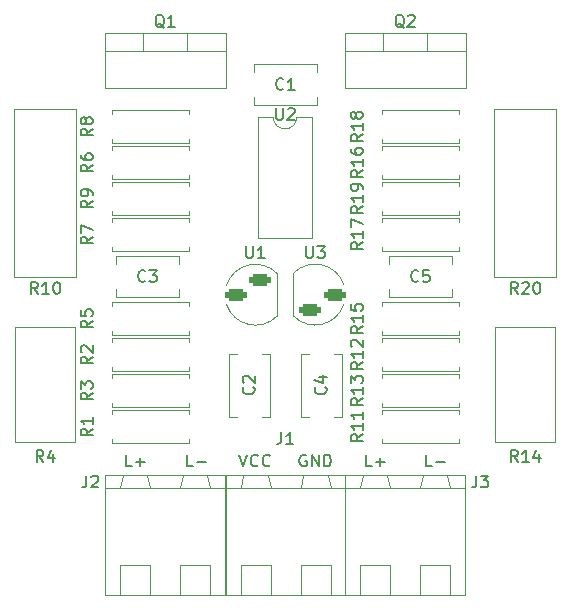
<source format=gto>
G04 #@! TF.GenerationSoftware,KiCad,Pcbnew,6.0.7-f9a2dced07~116~ubuntu22.04.1*
G04 #@! TF.CreationDate,2022-09-20T02:39:39+03:00*
G04 #@! TF.ProjectId,double-electronic-load,646f7562-6c65-42d6-956c-656374726f6e,rev?*
G04 #@! TF.SameCoordinates,Original*
G04 #@! TF.FileFunction,Legend,Top*
G04 #@! TF.FilePolarity,Positive*
%FSLAX46Y46*%
G04 Gerber Fmt 4.6, Leading zero omitted, Abs format (unit mm)*
G04 Created by KiCad (PCBNEW 6.0.7-f9a2dced07~116~ubuntu22.04.1) date 2022-09-20 02:39:39*
%MOMM*%
%LPD*%
G01*
G04 APERTURE LIST*
G04 Aperture macros list*
%AMRoundRect*
0 Rectangle with rounded corners*
0 $1 Rounding radius*
0 $2 $3 $4 $5 $6 $7 $8 $9 X,Y pos of 4 corners*
0 Add a 4 corners polygon primitive as box body*
4,1,4,$2,$3,$4,$5,$6,$7,$8,$9,$2,$3,0*
0 Add four circle primitives for the rounded corners*
1,1,$1+$1,$2,$3*
1,1,$1+$1,$4,$5*
1,1,$1+$1,$6,$7*
1,1,$1+$1,$8,$9*
0 Add four rect primitives between the rounded corners*
20,1,$1+$1,$2,$3,$4,$5,0*
20,1,$1+$1,$4,$5,$6,$7,0*
20,1,$1+$1,$6,$7,$8,$9,0*
20,1,$1+$1,$8,$9,$2,$3,0*%
G04 Aperture macros list end*
%ADD10C,0.150000*%
%ADD11C,0.120000*%
%ADD12R,1.905000X2.000000*%
%ADD13O,1.905000X2.000000*%
%ADD14C,1.600000*%
%ADD15O,1.600000X1.600000*%
%ADD16R,2.200000X2.200000*%
%ADD17C,2.200000*%
%ADD18C,3.200000*%
%ADD19C,1.440000*%
%ADD20C,2.000000*%
%ADD21R,1.800000X1.100000*%
%ADD22RoundRect,0.275000X-0.625000X0.275000X-0.625000X-0.275000X0.625000X-0.275000X0.625000X0.275000X0*%
%ADD23R,2.400000X1.600000*%
%ADD24O,2.400000X1.600000*%
%ADD25RoundRect,0.275000X0.625000X-0.275000X0.625000X0.275000X-0.625000X0.275000X-0.625000X-0.275000X0*%
G04 APERTURE END LIST*
D10*
X106370476Y-84145380D02*
X105894285Y-84145380D01*
X105894285Y-83145380D01*
X106703809Y-83764428D02*
X107465714Y-83764428D01*
X107084761Y-84145380D02*
X107084761Y-83383476D01*
X111450476Y-84145380D02*
X110974285Y-84145380D01*
X110974285Y-83145380D01*
X111783809Y-83764428D02*
X112545714Y-83764428D01*
X86050476Y-84145380D02*
X85574285Y-84145380D01*
X85574285Y-83145380D01*
X86383809Y-83764428D02*
X87145714Y-83764428D01*
X86764761Y-84145380D02*
X86764761Y-83383476D01*
X91257476Y-84145380D02*
X90781285Y-84145380D01*
X90781285Y-83145380D01*
X91590809Y-83764428D02*
X92352714Y-83764428D01*
X95186666Y-83145380D02*
X95520000Y-84145380D01*
X95853333Y-83145380D01*
X96758095Y-84050142D02*
X96710476Y-84097761D01*
X96567619Y-84145380D01*
X96472380Y-84145380D01*
X96329523Y-84097761D01*
X96234285Y-84002523D01*
X96186666Y-83907285D01*
X96139047Y-83716809D01*
X96139047Y-83573952D01*
X96186666Y-83383476D01*
X96234285Y-83288238D01*
X96329523Y-83193000D01*
X96472380Y-83145380D01*
X96567619Y-83145380D01*
X96710476Y-83193000D01*
X96758095Y-83240619D01*
X97758095Y-84050142D02*
X97710476Y-84097761D01*
X97567619Y-84145380D01*
X97472380Y-84145380D01*
X97329523Y-84097761D01*
X97234285Y-84002523D01*
X97186666Y-83907285D01*
X97139047Y-83716809D01*
X97139047Y-83573952D01*
X97186666Y-83383476D01*
X97234285Y-83288238D01*
X97329523Y-83193000D01*
X97472380Y-83145380D01*
X97567619Y-83145380D01*
X97710476Y-83193000D01*
X97758095Y-83240619D01*
X100838095Y-83193000D02*
X100742857Y-83145380D01*
X100600000Y-83145380D01*
X100457142Y-83193000D01*
X100361904Y-83288238D01*
X100314285Y-83383476D01*
X100266666Y-83573952D01*
X100266666Y-83716809D01*
X100314285Y-83907285D01*
X100361904Y-84002523D01*
X100457142Y-84097761D01*
X100600000Y-84145380D01*
X100695238Y-84145380D01*
X100838095Y-84097761D01*
X100885714Y-84050142D01*
X100885714Y-83716809D01*
X100695238Y-83716809D01*
X101314285Y-84145380D02*
X101314285Y-83145380D01*
X101885714Y-84145380D01*
X101885714Y-83145380D01*
X102361904Y-84145380D02*
X102361904Y-83145380D01*
X102600000Y-83145380D01*
X102742857Y-83193000D01*
X102838095Y-83288238D01*
X102885714Y-83383476D01*
X102933333Y-83573952D01*
X102933333Y-83716809D01*
X102885714Y-83907285D01*
X102838095Y-84002523D01*
X102742857Y-84097761D01*
X102600000Y-84145380D01*
X102361904Y-84145380D01*
X109124761Y-47006619D02*
X109029523Y-46959000D01*
X108934285Y-46863761D01*
X108791428Y-46720904D01*
X108696190Y-46673285D01*
X108600952Y-46673285D01*
X108648571Y-46911380D02*
X108553333Y-46863761D01*
X108458095Y-46768523D01*
X108410476Y-46578047D01*
X108410476Y-46244714D01*
X108458095Y-46054238D01*
X108553333Y-45959000D01*
X108648571Y-45911380D01*
X108839047Y-45911380D01*
X108934285Y-45959000D01*
X109029523Y-46054238D01*
X109077142Y-46244714D01*
X109077142Y-46578047D01*
X109029523Y-46768523D01*
X108934285Y-46863761D01*
X108839047Y-46911380D01*
X108648571Y-46911380D01*
X109458095Y-46006619D02*
X109505714Y-45959000D01*
X109600952Y-45911380D01*
X109839047Y-45911380D01*
X109934285Y-45959000D01*
X109981904Y-46006619D01*
X110029523Y-46101857D01*
X110029523Y-46197095D01*
X109981904Y-46339952D01*
X109410476Y-46911380D01*
X110029523Y-46911380D01*
X105608380Y-62110857D02*
X105132190Y-62444190D01*
X105608380Y-62682285D02*
X104608380Y-62682285D01*
X104608380Y-62301333D01*
X104656000Y-62206095D01*
X104703619Y-62158476D01*
X104798857Y-62110857D01*
X104941714Y-62110857D01*
X105036952Y-62158476D01*
X105084571Y-62206095D01*
X105132190Y-62301333D01*
X105132190Y-62682285D01*
X105608380Y-61158476D02*
X105608380Y-61729904D01*
X105608380Y-61444190D02*
X104608380Y-61444190D01*
X104751238Y-61539428D01*
X104846476Y-61634666D01*
X104894095Y-61729904D01*
X105608380Y-60682285D02*
X105608380Y-60491809D01*
X105560761Y-60396571D01*
X105513142Y-60348952D01*
X105370285Y-60253714D01*
X105179809Y-60206095D01*
X104798857Y-60206095D01*
X104703619Y-60253714D01*
X104656000Y-60301333D01*
X104608380Y-60396571D01*
X104608380Y-60587047D01*
X104656000Y-60682285D01*
X104703619Y-60729904D01*
X104798857Y-60777523D01*
X105036952Y-60777523D01*
X105132190Y-60729904D01*
X105179809Y-60682285D01*
X105227428Y-60587047D01*
X105227428Y-60396571D01*
X105179809Y-60301333D01*
X105132190Y-60253714D01*
X105036952Y-60206095D01*
X82748380Y-77890666D02*
X82272190Y-78224000D01*
X82748380Y-78462095D02*
X81748380Y-78462095D01*
X81748380Y-78081142D01*
X81796000Y-77985904D01*
X81843619Y-77938285D01*
X81938857Y-77890666D01*
X82081714Y-77890666D01*
X82176952Y-77938285D01*
X82224571Y-77985904D01*
X82272190Y-78081142D01*
X82272190Y-78462095D01*
X81748380Y-77557333D02*
X81748380Y-76938285D01*
X82129333Y-77271619D01*
X82129333Y-77128761D01*
X82176952Y-77033523D01*
X82224571Y-76985904D01*
X82319809Y-76938285D01*
X82557904Y-76938285D01*
X82653142Y-76985904D01*
X82700761Y-77033523D01*
X82748380Y-77128761D01*
X82748380Y-77414476D01*
X82700761Y-77509714D01*
X82653142Y-77557333D01*
X82748380Y-74842666D02*
X82272190Y-75176000D01*
X82748380Y-75414095D02*
X81748380Y-75414095D01*
X81748380Y-75033142D01*
X81796000Y-74937904D01*
X81843619Y-74890285D01*
X81938857Y-74842666D01*
X82081714Y-74842666D01*
X82176952Y-74890285D01*
X82224571Y-74937904D01*
X82272190Y-75033142D01*
X82272190Y-75414095D01*
X81843619Y-74461714D02*
X81796000Y-74414095D01*
X81748380Y-74318857D01*
X81748380Y-74080761D01*
X81796000Y-73985523D01*
X81843619Y-73937904D01*
X81938857Y-73890285D01*
X82034095Y-73890285D01*
X82176952Y-73937904D01*
X82748380Y-74509333D01*
X82748380Y-73890285D01*
X98732066Y-81240380D02*
X98732066Y-81954666D01*
X98684447Y-82097523D01*
X98589209Y-82192761D01*
X98446352Y-82240380D01*
X98351114Y-82240380D01*
X99732066Y-82240380D02*
X99160638Y-82240380D01*
X99446352Y-82240380D02*
X99446352Y-81240380D01*
X99351114Y-81383238D01*
X99255876Y-81478476D01*
X99160638Y-81526095D01*
X105608380Y-56014857D02*
X105132190Y-56348190D01*
X105608380Y-56586285D02*
X104608380Y-56586285D01*
X104608380Y-56205333D01*
X104656000Y-56110095D01*
X104703619Y-56062476D01*
X104798857Y-56014857D01*
X104941714Y-56014857D01*
X105036952Y-56062476D01*
X105084571Y-56110095D01*
X105132190Y-56205333D01*
X105132190Y-56586285D01*
X105608380Y-55062476D02*
X105608380Y-55633904D01*
X105608380Y-55348190D02*
X104608380Y-55348190D01*
X104751238Y-55443428D01*
X104846476Y-55538666D01*
X104894095Y-55633904D01*
X105036952Y-54491047D02*
X104989333Y-54586285D01*
X104941714Y-54633904D01*
X104846476Y-54681523D01*
X104798857Y-54681523D01*
X104703619Y-54633904D01*
X104656000Y-54586285D01*
X104608380Y-54491047D01*
X104608380Y-54300571D01*
X104656000Y-54205333D01*
X104703619Y-54157714D01*
X104798857Y-54110095D01*
X104846476Y-54110095D01*
X104941714Y-54157714D01*
X104989333Y-54205333D01*
X105036952Y-54300571D01*
X105036952Y-54491047D01*
X105084571Y-54586285D01*
X105132190Y-54633904D01*
X105227428Y-54681523D01*
X105417904Y-54681523D01*
X105513142Y-54633904D01*
X105560761Y-54586285D01*
X105608380Y-54491047D01*
X105608380Y-54300571D01*
X105560761Y-54205333D01*
X105513142Y-54157714D01*
X105417904Y-54110095D01*
X105227428Y-54110095D01*
X105132190Y-54157714D01*
X105084571Y-54205333D01*
X105036952Y-54300571D01*
X82748380Y-55538666D02*
X82272190Y-55872000D01*
X82748380Y-56110095D02*
X81748380Y-56110095D01*
X81748380Y-55729142D01*
X81796000Y-55633904D01*
X81843619Y-55586285D01*
X81938857Y-55538666D01*
X82081714Y-55538666D01*
X82176952Y-55586285D01*
X82224571Y-55633904D01*
X82272190Y-55729142D01*
X82272190Y-56110095D01*
X82176952Y-54967238D02*
X82129333Y-55062476D01*
X82081714Y-55110095D01*
X81986476Y-55157714D01*
X81938857Y-55157714D01*
X81843619Y-55110095D01*
X81796000Y-55062476D01*
X81748380Y-54967238D01*
X81748380Y-54776761D01*
X81796000Y-54681523D01*
X81843619Y-54633904D01*
X81938857Y-54586285D01*
X81986476Y-54586285D01*
X82081714Y-54633904D01*
X82129333Y-54681523D01*
X82176952Y-54776761D01*
X82176952Y-54967238D01*
X82224571Y-55062476D01*
X82272190Y-55110095D01*
X82367428Y-55157714D01*
X82557904Y-55157714D01*
X82653142Y-55110095D01*
X82700761Y-55062476D01*
X82748380Y-54967238D01*
X82748380Y-54776761D01*
X82700761Y-54681523D01*
X82653142Y-54633904D01*
X82557904Y-54586285D01*
X82367428Y-54586285D01*
X82272190Y-54633904D01*
X82224571Y-54681523D01*
X82176952Y-54776761D01*
X82748380Y-61634666D02*
X82272190Y-61968000D01*
X82748380Y-62206095D02*
X81748380Y-62206095D01*
X81748380Y-61825142D01*
X81796000Y-61729904D01*
X81843619Y-61682285D01*
X81938857Y-61634666D01*
X82081714Y-61634666D01*
X82176952Y-61682285D01*
X82224571Y-61729904D01*
X82272190Y-61825142D01*
X82272190Y-62206095D01*
X82748380Y-61158476D02*
X82748380Y-60968000D01*
X82700761Y-60872761D01*
X82653142Y-60825142D01*
X82510285Y-60729904D01*
X82319809Y-60682285D01*
X81938857Y-60682285D01*
X81843619Y-60729904D01*
X81796000Y-60777523D01*
X81748380Y-60872761D01*
X81748380Y-61063238D01*
X81796000Y-61158476D01*
X81843619Y-61206095D01*
X81938857Y-61253714D01*
X82176952Y-61253714D01*
X82272190Y-61206095D01*
X82319809Y-61158476D01*
X82367428Y-61063238D01*
X82367428Y-60872761D01*
X82319809Y-60777523D01*
X82272190Y-60729904D01*
X82176952Y-60682285D01*
X78573333Y-83764380D02*
X78240000Y-83288190D01*
X78001904Y-83764380D02*
X78001904Y-82764380D01*
X78382857Y-82764380D01*
X78478095Y-82812000D01*
X78525714Y-82859619D01*
X78573333Y-82954857D01*
X78573333Y-83097714D01*
X78525714Y-83192952D01*
X78478095Y-83240571D01*
X78382857Y-83288190D01*
X78001904Y-83288190D01*
X79430476Y-83097714D02*
X79430476Y-83764380D01*
X79192380Y-82716761D02*
X78954285Y-83431047D01*
X79573333Y-83431047D01*
X110323333Y-68429142D02*
X110275714Y-68476761D01*
X110132857Y-68524380D01*
X110037619Y-68524380D01*
X109894761Y-68476761D01*
X109799523Y-68381523D01*
X109751904Y-68286285D01*
X109704285Y-68095809D01*
X109704285Y-67952952D01*
X109751904Y-67762476D01*
X109799523Y-67667238D01*
X109894761Y-67572000D01*
X110037619Y-67524380D01*
X110132857Y-67524380D01*
X110275714Y-67572000D01*
X110323333Y-67619619D01*
X111228095Y-67524380D02*
X110751904Y-67524380D01*
X110704285Y-68000571D01*
X110751904Y-67952952D01*
X110847142Y-67905333D01*
X111085238Y-67905333D01*
X111180476Y-67952952D01*
X111228095Y-68000571D01*
X111275714Y-68095809D01*
X111275714Y-68333904D01*
X111228095Y-68429142D01*
X111180476Y-68476761D01*
X111085238Y-68524380D01*
X110847142Y-68524380D01*
X110751904Y-68476761D01*
X110704285Y-68429142D01*
X105608380Y-59062857D02*
X105132190Y-59396190D01*
X105608380Y-59634285D02*
X104608380Y-59634285D01*
X104608380Y-59253333D01*
X104656000Y-59158095D01*
X104703619Y-59110476D01*
X104798857Y-59062857D01*
X104941714Y-59062857D01*
X105036952Y-59110476D01*
X105084571Y-59158095D01*
X105132190Y-59253333D01*
X105132190Y-59634285D01*
X105608380Y-58110476D02*
X105608380Y-58681904D01*
X105608380Y-58396190D02*
X104608380Y-58396190D01*
X104751238Y-58491428D01*
X104846476Y-58586666D01*
X104894095Y-58681904D01*
X104608380Y-57253333D02*
X104608380Y-57443809D01*
X104656000Y-57539047D01*
X104703619Y-57586666D01*
X104846476Y-57681904D01*
X105036952Y-57729523D01*
X105417904Y-57729523D01*
X105513142Y-57681904D01*
X105560761Y-57634285D01*
X105608380Y-57539047D01*
X105608380Y-57348571D01*
X105560761Y-57253333D01*
X105513142Y-57205714D01*
X105417904Y-57158095D01*
X105179809Y-57158095D01*
X105084571Y-57205714D01*
X105036952Y-57253333D01*
X104989333Y-57348571D01*
X104989333Y-57539047D01*
X105036952Y-57634285D01*
X105084571Y-57681904D01*
X105179809Y-57729523D01*
X82748380Y-80938666D02*
X82272190Y-81272000D01*
X82748380Y-81510095D02*
X81748380Y-81510095D01*
X81748380Y-81129142D01*
X81796000Y-81033904D01*
X81843619Y-80986285D01*
X81938857Y-80938666D01*
X82081714Y-80938666D01*
X82176952Y-80986285D01*
X82224571Y-81033904D01*
X82272190Y-81129142D01*
X82272190Y-81510095D01*
X82748380Y-79986285D02*
X82748380Y-80557714D01*
X82748380Y-80272000D02*
X81748380Y-80272000D01*
X81891238Y-80367238D01*
X81986476Y-80462476D01*
X82034095Y-80557714D01*
X82748380Y-71794666D02*
X82272190Y-72128000D01*
X82748380Y-72366095D02*
X81748380Y-72366095D01*
X81748380Y-71985142D01*
X81796000Y-71889904D01*
X81843619Y-71842285D01*
X81938857Y-71794666D01*
X82081714Y-71794666D01*
X82176952Y-71842285D01*
X82224571Y-71889904D01*
X82272190Y-71985142D01*
X82272190Y-72366095D01*
X81748380Y-70889904D02*
X81748380Y-71366095D01*
X82224571Y-71413714D01*
X82176952Y-71366095D01*
X82129333Y-71270857D01*
X82129333Y-71032761D01*
X82176952Y-70937523D01*
X82224571Y-70889904D01*
X82319809Y-70842285D01*
X82557904Y-70842285D01*
X82653142Y-70889904D01*
X82700761Y-70937523D01*
X82748380Y-71032761D01*
X82748380Y-71270857D01*
X82700761Y-71366095D01*
X82653142Y-71413714D01*
X105608380Y-72270857D02*
X105132190Y-72604190D01*
X105608380Y-72842285D02*
X104608380Y-72842285D01*
X104608380Y-72461333D01*
X104656000Y-72366095D01*
X104703619Y-72318476D01*
X104798857Y-72270857D01*
X104941714Y-72270857D01*
X105036952Y-72318476D01*
X105084571Y-72366095D01*
X105132190Y-72461333D01*
X105132190Y-72842285D01*
X105608380Y-71318476D02*
X105608380Y-71889904D01*
X105608380Y-71604190D02*
X104608380Y-71604190D01*
X104751238Y-71699428D01*
X104846476Y-71794666D01*
X104894095Y-71889904D01*
X104608380Y-70413714D02*
X104608380Y-70889904D01*
X105084571Y-70937523D01*
X105036952Y-70889904D01*
X104989333Y-70794666D01*
X104989333Y-70556571D01*
X105036952Y-70461333D01*
X105084571Y-70413714D01*
X105179809Y-70366095D01*
X105417904Y-70366095D01*
X105513142Y-70413714D01*
X105560761Y-70461333D01*
X105608380Y-70556571D01*
X105608380Y-70794666D01*
X105560761Y-70889904D01*
X105513142Y-70937523D01*
X118737142Y-69540380D02*
X118403809Y-69064190D01*
X118165714Y-69540380D02*
X118165714Y-68540380D01*
X118546666Y-68540380D01*
X118641904Y-68588000D01*
X118689523Y-68635619D01*
X118737142Y-68730857D01*
X118737142Y-68873714D01*
X118689523Y-68968952D01*
X118641904Y-69016571D01*
X118546666Y-69064190D01*
X118165714Y-69064190D01*
X119118095Y-68635619D02*
X119165714Y-68588000D01*
X119260952Y-68540380D01*
X119499047Y-68540380D01*
X119594285Y-68588000D01*
X119641904Y-68635619D01*
X119689523Y-68730857D01*
X119689523Y-68826095D01*
X119641904Y-68968952D01*
X119070476Y-69540380D01*
X119689523Y-69540380D01*
X120308571Y-68540380D02*
X120403809Y-68540380D01*
X120499047Y-68588000D01*
X120546666Y-68635619D01*
X120594285Y-68730857D01*
X120641904Y-68921333D01*
X120641904Y-69159428D01*
X120594285Y-69349904D01*
X120546666Y-69445142D01*
X120499047Y-69492761D01*
X120403809Y-69540380D01*
X120308571Y-69540380D01*
X120213333Y-69492761D01*
X120165714Y-69445142D01*
X120118095Y-69349904D01*
X120070476Y-69159428D01*
X120070476Y-68921333D01*
X120118095Y-68730857D01*
X120165714Y-68635619D01*
X120213333Y-68588000D01*
X120308571Y-68540380D01*
X105608380Y-75318857D02*
X105132190Y-75652190D01*
X105608380Y-75890285D02*
X104608380Y-75890285D01*
X104608380Y-75509333D01*
X104656000Y-75414095D01*
X104703619Y-75366476D01*
X104798857Y-75318857D01*
X104941714Y-75318857D01*
X105036952Y-75366476D01*
X105084571Y-75414095D01*
X105132190Y-75509333D01*
X105132190Y-75890285D01*
X105608380Y-74366476D02*
X105608380Y-74937904D01*
X105608380Y-74652190D02*
X104608380Y-74652190D01*
X104751238Y-74747428D01*
X104846476Y-74842666D01*
X104894095Y-74937904D01*
X104703619Y-73985523D02*
X104656000Y-73937904D01*
X104608380Y-73842666D01*
X104608380Y-73604571D01*
X104656000Y-73509333D01*
X104703619Y-73461714D01*
X104798857Y-73414095D01*
X104894095Y-73414095D01*
X105036952Y-73461714D01*
X105608380Y-74033142D01*
X105608380Y-73414095D01*
X115236666Y-84923380D02*
X115236666Y-85637666D01*
X115189047Y-85780523D01*
X115093809Y-85875761D01*
X114950952Y-85923380D01*
X114855714Y-85923380D01*
X115617619Y-84923380D02*
X116236666Y-84923380D01*
X115903333Y-85304333D01*
X116046190Y-85304333D01*
X116141428Y-85351952D01*
X116189047Y-85399571D01*
X116236666Y-85494809D01*
X116236666Y-85732904D01*
X116189047Y-85828142D01*
X116141428Y-85875761D01*
X116046190Y-85923380D01*
X115760476Y-85923380D01*
X115665238Y-85875761D01*
X115617619Y-85828142D01*
X78097142Y-69540380D02*
X77763809Y-69064190D01*
X77525714Y-69540380D02*
X77525714Y-68540380D01*
X77906666Y-68540380D01*
X78001904Y-68588000D01*
X78049523Y-68635619D01*
X78097142Y-68730857D01*
X78097142Y-68873714D01*
X78049523Y-68968952D01*
X78001904Y-69016571D01*
X77906666Y-69064190D01*
X77525714Y-69064190D01*
X79049523Y-69540380D02*
X78478095Y-69540380D01*
X78763809Y-69540380D02*
X78763809Y-68540380D01*
X78668571Y-68683238D01*
X78573333Y-68778476D01*
X78478095Y-68826095D01*
X79668571Y-68540380D02*
X79763809Y-68540380D01*
X79859047Y-68588000D01*
X79906666Y-68635619D01*
X79954285Y-68730857D01*
X80001904Y-68921333D01*
X80001904Y-69159428D01*
X79954285Y-69349904D01*
X79906666Y-69445142D01*
X79859047Y-69492761D01*
X79763809Y-69540380D01*
X79668571Y-69540380D01*
X79573333Y-69492761D01*
X79525714Y-69445142D01*
X79478095Y-69349904D01*
X79430476Y-69159428D01*
X79430476Y-68921333D01*
X79478095Y-68730857D01*
X79525714Y-68635619D01*
X79573333Y-68588000D01*
X79668571Y-68540380D01*
X105608380Y-78366857D02*
X105132190Y-78700190D01*
X105608380Y-78938285D02*
X104608380Y-78938285D01*
X104608380Y-78557333D01*
X104656000Y-78462095D01*
X104703619Y-78414476D01*
X104798857Y-78366857D01*
X104941714Y-78366857D01*
X105036952Y-78414476D01*
X105084571Y-78462095D01*
X105132190Y-78557333D01*
X105132190Y-78938285D01*
X105608380Y-77414476D02*
X105608380Y-77985904D01*
X105608380Y-77700190D02*
X104608380Y-77700190D01*
X104751238Y-77795428D01*
X104846476Y-77890666D01*
X104894095Y-77985904D01*
X104608380Y-77081142D02*
X104608380Y-76462095D01*
X104989333Y-76795428D01*
X104989333Y-76652571D01*
X105036952Y-76557333D01*
X105084571Y-76509714D01*
X105179809Y-76462095D01*
X105417904Y-76462095D01*
X105513142Y-76509714D01*
X105560761Y-76557333D01*
X105608380Y-76652571D01*
X105608380Y-76938285D01*
X105560761Y-77033523D01*
X105513142Y-77081142D01*
X105608380Y-65158857D02*
X105132190Y-65492190D01*
X105608380Y-65730285D02*
X104608380Y-65730285D01*
X104608380Y-65349333D01*
X104656000Y-65254095D01*
X104703619Y-65206476D01*
X104798857Y-65158857D01*
X104941714Y-65158857D01*
X105036952Y-65206476D01*
X105084571Y-65254095D01*
X105132190Y-65349333D01*
X105132190Y-65730285D01*
X105608380Y-64206476D02*
X105608380Y-64777904D01*
X105608380Y-64492190D02*
X104608380Y-64492190D01*
X104751238Y-64587428D01*
X104846476Y-64682666D01*
X104894095Y-64777904D01*
X104608380Y-63873142D02*
X104608380Y-63206476D01*
X105608380Y-63635047D01*
X100838095Y-65492380D02*
X100838095Y-66301904D01*
X100885714Y-66397142D01*
X100933333Y-66444761D01*
X101028571Y-66492380D01*
X101219047Y-66492380D01*
X101314285Y-66444761D01*
X101361904Y-66397142D01*
X101409523Y-66301904D01*
X101409523Y-65492380D01*
X101790476Y-65492380D02*
X102409523Y-65492380D01*
X102076190Y-65873333D01*
X102219047Y-65873333D01*
X102314285Y-65920952D01*
X102361904Y-65968571D01*
X102409523Y-66063809D01*
X102409523Y-66301904D01*
X102361904Y-66397142D01*
X102314285Y-66444761D01*
X102219047Y-66492380D01*
X101933333Y-66492380D01*
X101838095Y-66444761D01*
X101790476Y-66397142D01*
X82748380Y-58586666D02*
X82272190Y-58920000D01*
X82748380Y-59158095D02*
X81748380Y-59158095D01*
X81748380Y-58777142D01*
X81796000Y-58681904D01*
X81843619Y-58634285D01*
X81938857Y-58586666D01*
X82081714Y-58586666D01*
X82176952Y-58634285D01*
X82224571Y-58681904D01*
X82272190Y-58777142D01*
X82272190Y-59158095D01*
X81748380Y-57729523D02*
X81748380Y-57920000D01*
X81796000Y-58015238D01*
X81843619Y-58062857D01*
X81986476Y-58158095D01*
X82176952Y-58205714D01*
X82557904Y-58205714D01*
X82653142Y-58158095D01*
X82700761Y-58110476D01*
X82748380Y-58015238D01*
X82748380Y-57824761D01*
X82700761Y-57729523D01*
X82653142Y-57681904D01*
X82557904Y-57634285D01*
X82319809Y-57634285D01*
X82224571Y-57681904D01*
X82176952Y-57729523D01*
X82129333Y-57824761D01*
X82129333Y-58015238D01*
X82176952Y-58110476D01*
X82224571Y-58158095D01*
X82319809Y-58205714D01*
X96369142Y-77422666D02*
X96416761Y-77470285D01*
X96464380Y-77613142D01*
X96464380Y-77708380D01*
X96416761Y-77851238D01*
X96321523Y-77946476D01*
X96226285Y-77994095D01*
X96035809Y-78041714D01*
X95892952Y-78041714D01*
X95702476Y-77994095D01*
X95607238Y-77946476D01*
X95512000Y-77851238D01*
X95464380Y-77708380D01*
X95464380Y-77613142D01*
X95512000Y-77470285D01*
X95559619Y-77422666D01*
X95559619Y-77041714D02*
X95512000Y-76994095D01*
X95464380Y-76898857D01*
X95464380Y-76660761D01*
X95512000Y-76565523D01*
X95559619Y-76517904D01*
X95654857Y-76470285D01*
X95750095Y-76470285D01*
X95892952Y-76517904D01*
X96464380Y-77089333D01*
X96464380Y-76470285D01*
X98893333Y-52173142D02*
X98845714Y-52220761D01*
X98702857Y-52268380D01*
X98607619Y-52268380D01*
X98464761Y-52220761D01*
X98369523Y-52125523D01*
X98321904Y-52030285D01*
X98274285Y-51839809D01*
X98274285Y-51696952D01*
X98321904Y-51506476D01*
X98369523Y-51411238D01*
X98464761Y-51316000D01*
X98607619Y-51268380D01*
X98702857Y-51268380D01*
X98845714Y-51316000D01*
X98893333Y-51363619D01*
X99845714Y-52268380D02*
X99274285Y-52268380D01*
X99560000Y-52268380D02*
X99560000Y-51268380D01*
X99464761Y-51411238D01*
X99369523Y-51506476D01*
X99274285Y-51554095D01*
X82748380Y-64682666D02*
X82272190Y-65016000D01*
X82748380Y-65254095D02*
X81748380Y-65254095D01*
X81748380Y-64873142D01*
X81796000Y-64777904D01*
X81843619Y-64730285D01*
X81938857Y-64682666D01*
X82081714Y-64682666D01*
X82176952Y-64730285D01*
X82224571Y-64777904D01*
X82272190Y-64873142D01*
X82272190Y-65254095D01*
X81748380Y-64349333D02*
X81748380Y-63682666D01*
X82748380Y-64111238D01*
X88804761Y-47006619D02*
X88709523Y-46959000D01*
X88614285Y-46863761D01*
X88471428Y-46720904D01*
X88376190Y-46673285D01*
X88280952Y-46673285D01*
X88328571Y-46911380D02*
X88233333Y-46863761D01*
X88138095Y-46768523D01*
X88090476Y-46578047D01*
X88090476Y-46244714D01*
X88138095Y-46054238D01*
X88233333Y-45959000D01*
X88328571Y-45911380D01*
X88519047Y-45911380D01*
X88614285Y-45959000D01*
X88709523Y-46054238D01*
X88757142Y-46244714D01*
X88757142Y-46578047D01*
X88709523Y-46768523D01*
X88614285Y-46863761D01*
X88519047Y-46911380D01*
X88328571Y-46911380D01*
X89709523Y-46911380D02*
X89138095Y-46911380D01*
X89423809Y-46911380D02*
X89423809Y-45911380D01*
X89328571Y-46054238D01*
X89233333Y-46149476D01*
X89138095Y-46197095D01*
X102465142Y-77422666D02*
X102512761Y-77470285D01*
X102560380Y-77613142D01*
X102560380Y-77708380D01*
X102512761Y-77851238D01*
X102417523Y-77946476D01*
X102322285Y-77994095D01*
X102131809Y-78041714D01*
X101988952Y-78041714D01*
X101798476Y-77994095D01*
X101703238Y-77946476D01*
X101608000Y-77851238D01*
X101560380Y-77708380D01*
X101560380Y-77613142D01*
X101608000Y-77470285D01*
X101655619Y-77422666D01*
X101893714Y-76565523D02*
X102560380Y-76565523D01*
X101512761Y-76803619D02*
X102227047Y-77041714D01*
X102227047Y-76422666D01*
X105608380Y-81414857D02*
X105132190Y-81748190D01*
X105608380Y-81986285D02*
X104608380Y-81986285D01*
X104608380Y-81605333D01*
X104656000Y-81510095D01*
X104703619Y-81462476D01*
X104798857Y-81414857D01*
X104941714Y-81414857D01*
X105036952Y-81462476D01*
X105084571Y-81510095D01*
X105132190Y-81605333D01*
X105132190Y-81986285D01*
X105608380Y-80462476D02*
X105608380Y-81033904D01*
X105608380Y-80748190D02*
X104608380Y-80748190D01*
X104751238Y-80843428D01*
X104846476Y-80938666D01*
X104894095Y-81033904D01*
X105608380Y-79510095D02*
X105608380Y-80081523D01*
X105608380Y-79795809D02*
X104608380Y-79795809D01*
X104751238Y-79891047D01*
X104846476Y-79986285D01*
X104894095Y-80081523D01*
X82216666Y-84923380D02*
X82216666Y-85637666D01*
X82169047Y-85780523D01*
X82073809Y-85875761D01*
X81930952Y-85923380D01*
X81835714Y-85923380D01*
X82645238Y-85018619D02*
X82692857Y-84971000D01*
X82788095Y-84923380D01*
X83026190Y-84923380D01*
X83121428Y-84971000D01*
X83169047Y-85018619D01*
X83216666Y-85113857D01*
X83216666Y-85209095D01*
X83169047Y-85351952D01*
X82597619Y-85923380D01*
X83216666Y-85923380D01*
X98283095Y-53808380D02*
X98283095Y-54617904D01*
X98330714Y-54713142D01*
X98378333Y-54760761D01*
X98473571Y-54808380D01*
X98664047Y-54808380D01*
X98759285Y-54760761D01*
X98806904Y-54713142D01*
X98854523Y-54617904D01*
X98854523Y-53808380D01*
X99283095Y-53903619D02*
X99330714Y-53856000D01*
X99425952Y-53808380D01*
X99664047Y-53808380D01*
X99759285Y-53856000D01*
X99806904Y-53903619D01*
X99854523Y-53998857D01*
X99854523Y-54094095D01*
X99806904Y-54236952D01*
X99235476Y-54808380D01*
X99854523Y-54808380D01*
X118737142Y-83764380D02*
X118403809Y-83288190D01*
X118165714Y-83764380D02*
X118165714Y-82764380D01*
X118546666Y-82764380D01*
X118641904Y-82812000D01*
X118689523Y-82859619D01*
X118737142Y-82954857D01*
X118737142Y-83097714D01*
X118689523Y-83192952D01*
X118641904Y-83240571D01*
X118546666Y-83288190D01*
X118165714Y-83288190D01*
X119689523Y-83764380D02*
X119118095Y-83764380D01*
X119403809Y-83764380D02*
X119403809Y-82764380D01*
X119308571Y-82907238D01*
X119213333Y-83002476D01*
X119118095Y-83050095D01*
X120546666Y-83097714D02*
X120546666Y-83764380D01*
X120308571Y-82716761D02*
X120070476Y-83431047D01*
X120689523Y-83431047D01*
X87209333Y-68429142D02*
X87161714Y-68476761D01*
X87018857Y-68524380D01*
X86923619Y-68524380D01*
X86780761Y-68476761D01*
X86685523Y-68381523D01*
X86637904Y-68286285D01*
X86590285Y-68095809D01*
X86590285Y-67952952D01*
X86637904Y-67762476D01*
X86685523Y-67667238D01*
X86780761Y-67572000D01*
X86923619Y-67524380D01*
X87018857Y-67524380D01*
X87161714Y-67572000D01*
X87209333Y-67619619D01*
X87542666Y-67524380D02*
X88161714Y-67524380D01*
X87828380Y-67905333D01*
X87971238Y-67905333D01*
X88066476Y-67952952D01*
X88114095Y-68000571D01*
X88161714Y-68095809D01*
X88161714Y-68333904D01*
X88114095Y-68429142D01*
X88066476Y-68476761D01*
X87971238Y-68524380D01*
X87685523Y-68524380D01*
X87590285Y-68476761D01*
X87542666Y-68429142D01*
X95758095Y-65492380D02*
X95758095Y-66301904D01*
X95805714Y-66397142D01*
X95853333Y-66444761D01*
X95948571Y-66492380D01*
X96139047Y-66492380D01*
X96234285Y-66444761D01*
X96281904Y-66397142D01*
X96329523Y-66301904D01*
X96329523Y-65492380D01*
X97329523Y-66492380D02*
X96758095Y-66492380D01*
X97043809Y-66492380D02*
X97043809Y-65492380D01*
X96948571Y-65635238D01*
X96853333Y-65730476D01*
X96758095Y-65778095D01*
D11*
X104100000Y-47459000D02*
X104100000Y-52100000D01*
X104100000Y-48969000D02*
X114340000Y-48969000D01*
X104100000Y-52100000D02*
X114340000Y-52100000D01*
X111071000Y-47459000D02*
X111071000Y-48969000D01*
X114340000Y-47459000D02*
X114340000Y-52100000D01*
X107370000Y-47459000D02*
X107370000Y-48969000D01*
X104100000Y-47459000D02*
X114340000Y-47459000D01*
X113760000Y-60098000D02*
X107220000Y-60098000D01*
X113760000Y-62838000D02*
X107220000Y-62838000D01*
X113760000Y-60428000D02*
X113760000Y-60098000D01*
X107220000Y-60098000D02*
X107220000Y-60428000D01*
X113760000Y-62508000D02*
X113760000Y-62838000D01*
X107220000Y-62838000D02*
X107220000Y-62508000D01*
X90940000Y-76354000D02*
X84400000Y-76354000D01*
X90940000Y-79094000D02*
X84400000Y-79094000D01*
X90940000Y-78764000D02*
X90940000Y-79094000D01*
X84400000Y-76354000D02*
X84400000Y-76684000D01*
X84400000Y-79094000D02*
X84400000Y-78764000D01*
X90940000Y-76684000D02*
X90940000Y-76354000D01*
X84400000Y-73636000D02*
X84400000Y-73306000D01*
X90940000Y-73306000D02*
X90940000Y-73636000D01*
X84400000Y-75716000D02*
X84400000Y-76046000D01*
X84400000Y-76046000D02*
X90940000Y-76046000D01*
X84400000Y-73306000D02*
X90940000Y-73306000D01*
X90940000Y-76046000D02*
X90940000Y-75716000D01*
X95525400Y-84823800D02*
X95275400Y-85963800D01*
X95275400Y-95003800D02*
X95275400Y-92463800D01*
X100605400Y-84823800D02*
X100355400Y-85963800D01*
X94025400Y-85963800D02*
X104105400Y-85963800D01*
X102645400Y-84823800D02*
X102895400Y-85963800D01*
X97565400Y-84823800D02*
X97815400Y-85963800D01*
X100355400Y-92463800D02*
X102895400Y-92463800D01*
X100355400Y-95003800D02*
X100355400Y-92463800D01*
X97815400Y-92463800D02*
X97815400Y-95003800D01*
X102895400Y-92463800D02*
X102895400Y-95003800D01*
X95275400Y-92463800D02*
X97815400Y-92463800D01*
X94025400Y-84823800D02*
X104105400Y-84823800D01*
X104105400Y-84823800D02*
X104105400Y-95003800D01*
X104105400Y-95003800D02*
X94025400Y-95003800D01*
X94025400Y-95003800D02*
X94025400Y-84823800D01*
X113760000Y-56412000D02*
X113760000Y-56742000D01*
X107220000Y-56742000D02*
X107220000Y-56412000D01*
X113760000Y-54332000D02*
X113760000Y-54002000D01*
X113760000Y-54002000D02*
X107220000Y-54002000D01*
X107220000Y-54002000D02*
X107220000Y-54332000D01*
X113760000Y-56742000D02*
X107220000Y-56742000D01*
X90900000Y-54002000D02*
X84360000Y-54002000D01*
X84360000Y-54002000D02*
X84360000Y-54332000D01*
X84360000Y-56742000D02*
X84360000Y-56412000D01*
X90900000Y-56742000D02*
X84360000Y-56742000D01*
X90900000Y-54332000D02*
X90900000Y-54002000D01*
X90900000Y-56412000D02*
X90900000Y-56742000D01*
X90900000Y-62838000D02*
X84360000Y-62838000D01*
X84360000Y-62838000D02*
X84360000Y-62508000D01*
X90900000Y-62508000D02*
X90900000Y-62838000D01*
X84360000Y-60098000D02*
X84360000Y-60428000D01*
X90900000Y-60428000D02*
X90900000Y-60098000D01*
X90900000Y-60098000D02*
X84360000Y-60098000D01*
X81270000Y-72331000D02*
X76200000Y-72331000D01*
X81270000Y-82101000D02*
X76200000Y-82101000D01*
X76200000Y-72331000D02*
X76200000Y-82101000D01*
X81270000Y-72331000D02*
X81270000Y-82101000D01*
X107820000Y-69793000D02*
X113160000Y-69793000D01*
X113160000Y-69127000D02*
X113160000Y-69793000D01*
X113160000Y-66351000D02*
X113160000Y-67017000D01*
X107820000Y-66351000D02*
X107820000Y-67017000D01*
X107820000Y-66351000D02*
X113160000Y-66351000D01*
X107820000Y-69127000D02*
X107820000Y-69793000D01*
X107220000Y-57050000D02*
X113760000Y-57050000D01*
X107220000Y-59790000D02*
X113760000Y-59790000D01*
X107220000Y-59460000D02*
X107220000Y-59790000D01*
X107220000Y-57380000D02*
X107220000Y-57050000D01*
X113760000Y-59790000D02*
X113760000Y-59460000D01*
X113760000Y-57050000D02*
X113760000Y-57380000D01*
X84400000Y-79402000D02*
X84400000Y-79732000D01*
X84400000Y-82142000D02*
X84400000Y-81812000D01*
X90940000Y-82142000D02*
X84400000Y-82142000D01*
X90940000Y-79402000D02*
X84400000Y-79402000D01*
X90940000Y-81812000D02*
X90940000Y-82142000D01*
X90940000Y-79732000D02*
X90940000Y-79402000D01*
X90940000Y-70258000D02*
X90940000Y-70588000D01*
X84400000Y-72998000D02*
X90940000Y-72998000D01*
X84400000Y-72668000D02*
X84400000Y-72998000D01*
X90940000Y-72998000D02*
X90940000Y-72668000D01*
X84400000Y-70588000D02*
X84400000Y-70258000D01*
X84400000Y-70258000D02*
X90940000Y-70258000D01*
X107220000Y-72998000D02*
X107220000Y-72668000D01*
X113760000Y-72668000D02*
X113760000Y-72998000D01*
X113760000Y-70588000D02*
X113760000Y-70258000D01*
X113760000Y-72998000D02*
X107220000Y-72998000D01*
X107220000Y-70258000D02*
X107220000Y-70588000D01*
X113760000Y-70258000D02*
X107220000Y-70258000D01*
X116760000Y-68080000D02*
X122000000Y-68080000D01*
X122000000Y-68080000D02*
X122000000Y-53840000D01*
X116760000Y-68080000D02*
X116760000Y-53840000D01*
X116760000Y-53840000D02*
X122000000Y-53840000D01*
X107220000Y-73306000D02*
X107220000Y-73636000D01*
X113760000Y-75716000D02*
X113760000Y-76046000D01*
X107220000Y-76046000D02*
X107220000Y-75716000D01*
X113760000Y-73306000D02*
X107220000Y-73306000D01*
X113760000Y-73636000D02*
X113760000Y-73306000D01*
X113760000Y-76046000D02*
X107220000Y-76046000D01*
X110490000Y-95003800D02*
X110490000Y-92463800D01*
X110740000Y-84823800D02*
X110490000Y-85963800D01*
X112780000Y-84823800D02*
X113030000Y-85963800D01*
X113030000Y-92463800D02*
X113030000Y-95003800D01*
X107950000Y-92463800D02*
X107950000Y-95003800D01*
X110490000Y-92463800D02*
X113030000Y-92463800D01*
X105410000Y-92463800D02*
X107950000Y-92463800D01*
X105410000Y-95003800D02*
X105410000Y-92463800D01*
X105660000Y-84823800D02*
X105410000Y-85963800D01*
X104160000Y-85963800D02*
X114240000Y-85963800D01*
X107700000Y-84823800D02*
X107950000Y-85963800D01*
X104160000Y-84823800D02*
X114240000Y-84823800D01*
X114240000Y-84823800D02*
X114240000Y-95003800D01*
X114240000Y-95003800D02*
X104160000Y-95003800D01*
X104160000Y-95003800D02*
X104160000Y-84823800D01*
X76120000Y-53840000D02*
X81360000Y-53840000D01*
X76120000Y-68080000D02*
X81360000Y-68080000D01*
X76120000Y-68080000D02*
X76120000Y-53840000D01*
X81360000Y-68080000D02*
X81360000Y-53840000D01*
X113760000Y-79094000D02*
X113760000Y-78764000D01*
X107220000Y-79094000D02*
X113760000Y-79094000D01*
X107220000Y-76684000D02*
X107220000Y-76354000D01*
X113760000Y-76354000D02*
X113760000Y-76684000D01*
X107220000Y-76354000D02*
X113760000Y-76354000D01*
X107220000Y-78764000D02*
X107220000Y-79094000D01*
X107220000Y-65556000D02*
X107220000Y-65886000D01*
X107220000Y-63476000D02*
X107220000Y-63146000D01*
X107220000Y-63146000D02*
X113760000Y-63146000D01*
X113760000Y-63146000D02*
X113760000Y-63476000D01*
X113760000Y-65886000D02*
X113760000Y-65556000D01*
X107220000Y-65886000D02*
X113760000Y-65886000D01*
X99738000Y-67796000D02*
X99738000Y-71396000D01*
X104038000Y-68776000D02*
G75*
G03*
X99745844Y-67784547I-2450000J-820000D01*
G01*
X99760316Y-71404445D02*
G75*
G03*
X104038000Y-70376000I1827684J1808445D01*
G01*
X90900000Y-59790000D02*
X84360000Y-59790000D01*
X90900000Y-57050000D02*
X84360000Y-57050000D01*
X90900000Y-59460000D02*
X90900000Y-59790000D01*
X84360000Y-57050000D02*
X84360000Y-57380000D01*
X90900000Y-57380000D02*
X90900000Y-57050000D01*
X84360000Y-59790000D02*
X84360000Y-59460000D01*
X94291000Y-79926000D02*
X94957000Y-79926000D01*
X94291000Y-79926000D02*
X94291000Y-74586000D01*
X94291000Y-74586000D02*
X94957000Y-74586000D01*
X97733000Y-79926000D02*
X97733000Y-74586000D01*
X97067000Y-74586000D02*
X97733000Y-74586000D01*
X97067000Y-79926000D02*
X97733000Y-79926000D01*
X96390000Y-53537000D02*
X96390000Y-52871000D01*
X96390000Y-50761000D02*
X96390000Y-50095000D01*
X101730000Y-53537000D02*
X101730000Y-52871000D01*
X101730000Y-50095000D02*
X96390000Y-50095000D01*
X101730000Y-50761000D02*
X101730000Y-50095000D01*
X101730000Y-53537000D02*
X96390000Y-53537000D01*
X90900000Y-65886000D02*
X84360000Y-65886000D01*
X90900000Y-65556000D02*
X90900000Y-65886000D01*
X84360000Y-63146000D02*
X84360000Y-63476000D01*
X90900000Y-63146000D02*
X84360000Y-63146000D01*
X84360000Y-65886000D02*
X84360000Y-65556000D01*
X90900000Y-63476000D02*
X90900000Y-63146000D01*
X90751000Y-47459000D02*
X90751000Y-48969000D01*
X87050000Y-47459000D02*
X87050000Y-48969000D01*
X83780000Y-48969000D02*
X94020000Y-48969000D01*
X94020000Y-47459000D02*
X94020000Y-52100000D01*
X83780000Y-52100000D02*
X94020000Y-52100000D01*
X83780000Y-47459000D02*
X94020000Y-47459000D01*
X83780000Y-47459000D02*
X83780000Y-52100000D01*
X100387000Y-74586000D02*
X101053000Y-74586000D01*
X103829000Y-79926000D02*
X103829000Y-74586000D01*
X103163000Y-74586000D02*
X103829000Y-74586000D01*
X103163000Y-79926000D02*
X103829000Y-79926000D01*
X100387000Y-79926000D02*
X100387000Y-74586000D01*
X100387000Y-79926000D02*
X101053000Y-79926000D01*
X107220000Y-82142000D02*
X113760000Y-82142000D01*
X107220000Y-81812000D02*
X107220000Y-82142000D01*
X107220000Y-79402000D02*
X113760000Y-79402000D01*
X113760000Y-79402000D02*
X113760000Y-79732000D01*
X113760000Y-82142000D02*
X113760000Y-81812000D01*
X107220000Y-79732000D02*
X107220000Y-79402000D01*
X92460000Y-84823800D02*
X92710000Y-85963800D01*
X85090000Y-92463800D02*
X87630000Y-92463800D01*
X85090000Y-95003800D02*
X85090000Y-92463800D01*
X85340000Y-84823800D02*
X85090000Y-85963800D01*
X90170000Y-95003800D02*
X90170000Y-92463800D01*
X90170000Y-92463800D02*
X92710000Y-92463800D01*
X87630000Y-92463800D02*
X87630000Y-95003800D01*
X90420000Y-84823800D02*
X90170000Y-85963800D01*
X83840000Y-85963800D02*
X93920000Y-85963800D01*
X92710000Y-92463800D02*
X92710000Y-95003800D01*
X87380000Y-84823800D02*
X87630000Y-85963800D01*
X83840000Y-84823800D02*
X93920000Y-84823800D01*
X93920000Y-84823800D02*
X93920000Y-95003800D01*
X93920000Y-95003800D02*
X83840000Y-95003800D01*
X83840000Y-95003800D02*
X83840000Y-84823800D01*
X98045000Y-54550000D02*
X96795000Y-54550000D01*
X101295000Y-64830000D02*
X101295000Y-54550000D01*
X101295000Y-54550000D02*
X100045000Y-54550000D01*
X96795000Y-54550000D02*
X96795000Y-64830000D01*
X96795000Y-64830000D02*
X101295000Y-64830000D01*
X98045000Y-54550000D02*
G75*
G03*
X100045000Y-54550000I1000000J0D01*
G01*
X121910000Y-72331000D02*
X116840000Y-72331000D01*
X121910000Y-72331000D02*
X121910000Y-82101000D01*
X121910000Y-82101000D02*
X116840000Y-82101000D01*
X116840000Y-72331000D02*
X116840000Y-82101000D01*
X84706000Y-67017000D02*
X84706000Y-66351000D01*
X90046000Y-69793000D02*
X84706000Y-69793000D01*
X90046000Y-66351000D02*
X84706000Y-66351000D01*
X90046000Y-69793000D02*
X90046000Y-69127000D01*
X84706000Y-69793000D02*
X84706000Y-69127000D01*
X90046000Y-67017000D02*
X90046000Y-66351000D01*
X98382000Y-71396000D02*
X98382000Y-67796000D01*
X98359684Y-67787555D02*
G75*
G03*
X94082000Y-68816000I-1827684J-1808445D01*
G01*
X94082000Y-70416000D02*
G75*
G03*
X98374156Y-71407453I2450000J820000D01*
G01*
%LPC*%
D12*
X106680000Y-50729000D03*
D13*
X109220000Y-50729000D03*
X111760000Y-50729000D03*
D14*
X114300000Y-61468000D03*
D15*
X106680000Y-61468000D03*
D14*
X91480000Y-77724000D03*
D15*
X83860000Y-77724000D03*
D14*
X83860000Y-74676000D03*
D15*
X91480000Y-74676000D03*
D16*
X96545400Y-88823800D03*
D17*
X101625400Y-88823800D03*
D14*
X114300000Y-55372000D03*
D15*
X106680000Y-55372000D03*
D14*
X91440000Y-55372000D03*
D15*
X83820000Y-55372000D03*
D18*
X78740000Y-91948000D03*
D14*
X91440000Y-61468000D03*
D15*
X83820000Y-61468000D03*
D19*
X78740000Y-79756000D03*
X78740000Y-77216000D03*
X78740000Y-74676000D03*
D14*
X107990000Y-68072000D03*
X112990000Y-68072000D03*
X106680000Y-58420000D03*
D15*
X114300000Y-58420000D03*
D14*
X91480000Y-80772000D03*
D15*
X83860000Y-80772000D03*
D14*
X83860000Y-71628000D03*
D15*
X91480000Y-71628000D03*
D14*
X114300000Y-71628000D03*
D15*
X106680000Y-71628000D03*
D20*
X119380000Y-65460000D03*
X119380000Y-56460000D03*
D14*
X114300000Y-74676000D03*
D15*
X106680000Y-74676000D03*
D16*
X106680000Y-88823800D03*
D17*
X111760000Y-88823800D03*
D18*
X119380000Y-49276000D03*
D20*
X78740000Y-65460000D03*
X78740000Y-56460000D03*
D14*
X106680000Y-77724000D03*
D15*
X114300000Y-77724000D03*
D14*
X106680000Y-64516000D03*
D15*
X114300000Y-64516000D03*
D18*
X119380000Y-91948000D03*
X78740000Y-49276000D03*
D21*
X101188000Y-68326000D03*
D22*
X103258000Y-69596000D03*
X101188000Y-70866000D03*
D14*
X91440000Y-58420000D03*
D15*
X83820000Y-58420000D03*
D14*
X96012000Y-79756000D03*
X96012000Y-74756000D03*
X101560000Y-51816000D03*
X96560000Y-51816000D03*
X91440000Y-64516000D03*
D15*
X83820000Y-64516000D03*
D12*
X86360000Y-50729000D03*
D13*
X88900000Y-50729000D03*
X91440000Y-50729000D03*
D14*
X102108000Y-79756000D03*
X102108000Y-74756000D03*
X106680000Y-80772000D03*
D15*
X114300000Y-80772000D03*
D16*
X86360000Y-88823800D03*
D17*
X91440000Y-88823800D03*
D23*
X95235000Y-55880000D03*
D24*
X95235000Y-58420000D03*
X95235000Y-60960000D03*
X95235000Y-63500000D03*
X102855000Y-63500000D03*
X102855000Y-60960000D03*
X102855000Y-58420000D03*
X102855000Y-55880000D03*
D19*
X119380000Y-79756000D03*
X119380000Y-77216000D03*
X119380000Y-74676000D03*
D14*
X89876000Y-68072000D03*
X84876000Y-68072000D03*
D21*
X96932000Y-70866000D03*
D25*
X94862000Y-69596000D03*
X96932000Y-68326000D03*
M02*

</source>
